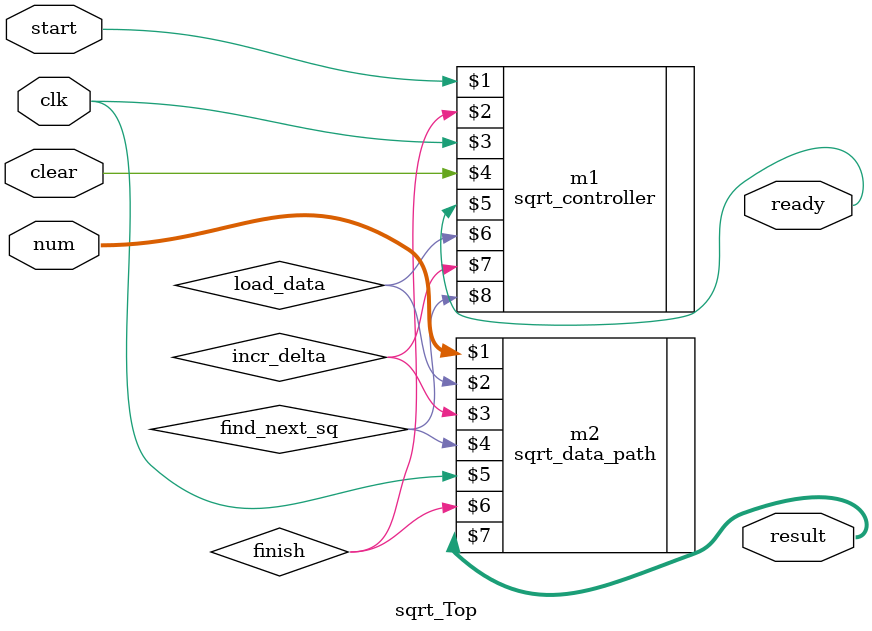
<source format=v>

module sqrt_Top(start, clk, clear, num, result, ready);
	 input start, clk, clear;
	 input [6:0] num;
	 output [3:0] result;
	 output ready;
	 
	 wire finish, load_data,incr_delta, find_next_sq;
	 
	 sqrt_controller m1(start, finish, clk, clear, ready, load_data, incr_delta, find_next_sq);
	 sqrt_data_path m2(num, load_data, incr_delta, find_next_sq, clk, finish, result);
    
endmodule

</source>
